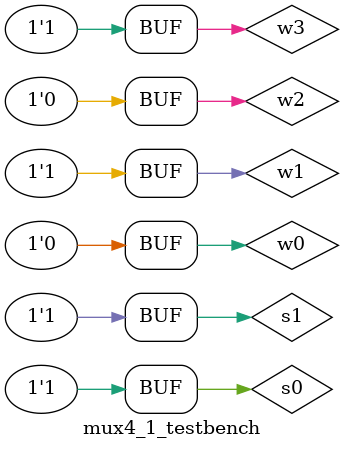
<source format=sv>
module mux4_1 (out, w0, w1, w2, w3, sel);
	input w0, w1, w2, w3;
	//input s0, s1;
	input [1:0] sel;
	output out;
	
	wire s0not, s1not;
	wire g0_o, g1_o, g2_o, g3_o;
	
	not inverter1 (s0not, sel[0]);
	not inverter2 (s1not, sel[1]);
	
	and g0 (g0_o, w0, s0not, s1not);
	and g1 (g1_o, w1, s1not, sel[0]);
	and g2 (g2_o, w2, s0not, sel[1]);
	and g3 (g3_o, w3, sel[0], sel[1]);
	
	or g4 (out, g0_o, g1_o, g2_o, g3_o);
endmodule

module mux4_1_testbench;
	logic w0, w1, w2, w3;
	logic s0, s1;
	logic out;
	
	mux4_1 dut (out, w0, w1, w2, w3, s0, s1);
	
	initial begin
		integer i;
		w0 = 0; w1 = 1; w2 = 0; w3 = 1;
		for (i = 0; i < 4; i++) begin
			{s1, s0} = i; #10;
		end
	end
endmodule
	
</source>
